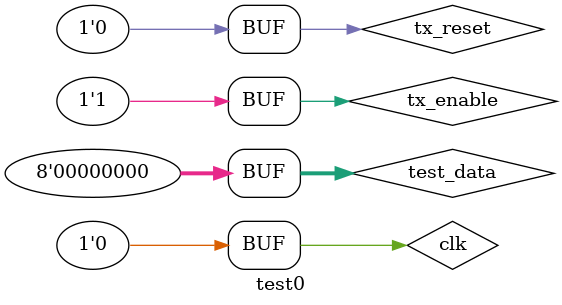
<source format=v>
module test0();
localparam CYCLES = 12;
reg clk = 1'b0;
reg tx_reset = 1'b0;
reg tx_enable = 1'b0;

wire dout;
reg [7:0] test_data = 8'b00000000;
wire [7+1+1+1:0] rx_data;

shift_reg_sipo #(11) sr(
	.clk(clk),
	.reset(),
	.datain(dout),
	.dataout(rx_data)
);

tx_module tm(
	.clk(clk),
	.reset(tx_reset),
	.enable(tx_enable),
	.data_in(test_data),
	.tx(dout)
);

initial begin
	$monitor("%b", rx_data);
	tx_enable = 1'b1;
	tx_reset = 1'b1;
	#1 tx_reset = 1'b0;
end

always @ (posedge clk) begin
	$display("Posedge");
end

initial repeat(CYCLES*2) begin
	#5 clk = ~clk;
end

endmodule


</source>
